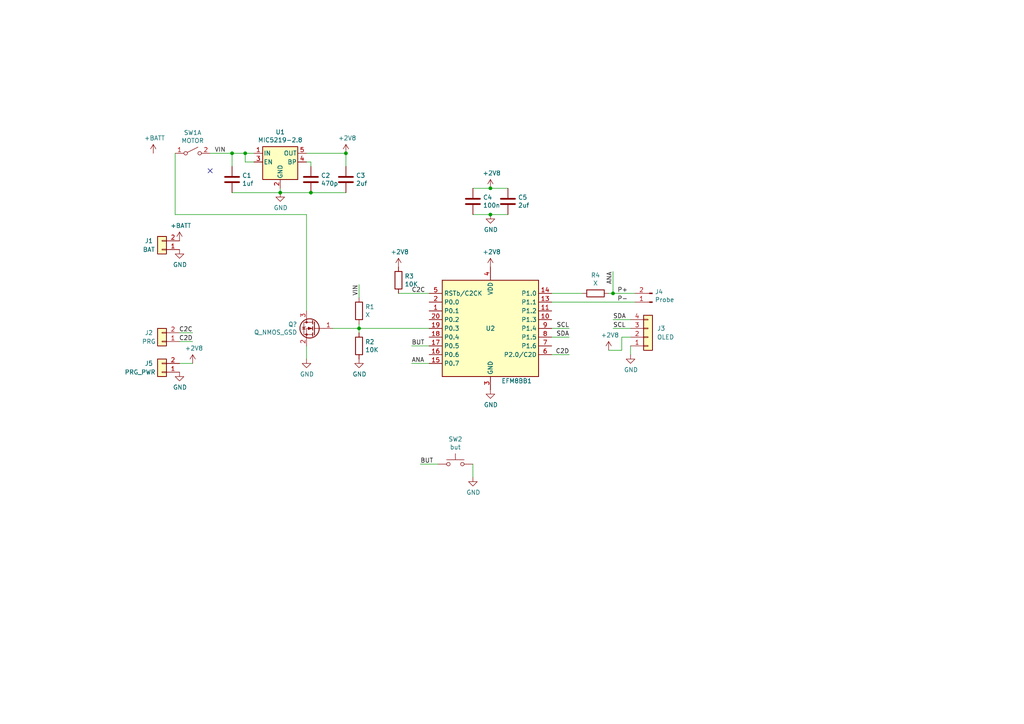
<source format=kicad_sch>
(kicad_sch (version 20230121) (generator eeschema)
  (paper "A4")
  (lib_symbols
    (symbol "AutoWater-rescue:Conn_01x02_Male-Connector" (pin_names (offset 1.016) hide)
      (property "Reference" "J" (at 0 2.54 0))
      (property "Value" "Connector_Conn_01x02_Male" (at 0 -5.08 0))
      (symbol "Conn_01x02_Male-Connector_1_1"
        (polyline (pts (xy 1.27 -2.54) (xy 0.8636 -2.54)) (stroke (width 0.1524)))
        (polyline (pts (xy 1.27 0) (xy 0.8636 0)) (stroke (width 0.1524)))
        (rectangle (start 0.8636 -2.413) (end 0 -2.667) (stroke (width 0.1524)) (fill (type outline)))
        (rectangle (start 0.8636 0.127) (end 0 -0.127) (stroke (width 0.1524)) (fill (type outline)))
        (pin passive line (at 5.08 0 180) (length 3.81) (name "Pin_1") (number "1"))
        (pin passive line (at 5.08 -2.54 180) (length 3.81) (name "Pin_2") (number "2"))
      )
    )
    (symbol "AutoWater-rescue:MIC5219-2.8-Regulator_Linear" (pin_names (offset 0.254))
      (property "Reference" "U" (at -3.81 5.715 0))
      (property "Value" "Regulator_Linear_MIC5219-2.8" (at 0 5.715 0))
      (symbol "MIC5219-2.8-Regulator_Linear_0_1"
        (rectangle (start -5.08 4.445) (end 5.08 -5.08) (stroke (width 0.254)) (fill (type background)))
      )
      (symbol "MIC5219-2.8-Regulator_Linear_1_1"
        (pin power_in line (at -7.62 2.54 0) (length 2.54) (name "IN") (number "1"))
        (pin power_in line (at 0 -7.62 90) (length 2.54) (name "GND") (number "2"))
        (pin input line (at -7.62 0 0) (length 2.54) (name "EN") (number "3"))
        (pin input line (at 7.62 0 180) (length 2.54) (name "BP") (number "4"))
        (pin power_out line (at 7.62 2.54 180) (length 2.54) (name "OUT") (number "5"))
      )
    )
    (symbol "AutoWater-rescue:SW_DPST_x2-Switch" (pin_names (offset 0) hide)
      (property "Reference" "SW" (at 0 3.175 0))
      (property "Value" "Switch_SW_DPST_x2" (at 0 -2.54 0))
      (symbol "SW_DPST_x2-Switch_0_0"
        (circle (center -2.032 0) (radius 0.508))
        (polyline (pts (xy -1.524 0.254) (xy 1.524 1.778)))
        (circle (center 2.032 0) (radius 0.508))
      )
      (symbol "SW_DPST_x2-Switch_1_1"
        (pin passive line (at -5.08 0 0) (length 2.54) (name "A") (number "1"))
        (pin passive line (at 5.08 0 180) (length 2.54) (name "B") (number "2"))
      )
      (symbol "SW_DPST_x2-Switch_2_1"
        (pin input line (at -5.08 0 0) (length 2.54) (name "A") (number "3"))
        (pin input line (at 5.08 0 180) (length 2.54) (name "B") (number "4"))
      )
    )
    (symbol "Connector_Generic:Conn_01x02" (pin_names (offset 1.016) hide)
      (property "Reference" "J" (at 0 2.54 0))
      (property "Value" "Conn_01x02" (at 0 -5.08 0))
      (symbol "Conn_01x02_1_1"
        (rectangle (start -1.27 -2.413) (end 0 -2.667) (stroke (width 0.1524)))
        (rectangle (start -1.27 0.127) (end 0 -0.127) (stroke (width 0.1524)))
        (rectangle (start -1.27 1.27) (end 1.27 -3.81) (stroke (width 0.254)) (fill (type background)))
        (pin passive line (at -5.08 0 0) (length 3.81) (name "Pin_1") (number "1"))
        (pin passive line (at -5.08 -2.54 0) (length 3.81) (name "Pin_2") (number "2"))
      )
    )
    (symbol "Connector_Generic:Conn_01x04" (pin_names (offset 1.016) hide)
      (property "Reference" "J" (at 0 5.08 0))
      (property "Value" "Conn_01x04" (at 0 -7.62 0))
      (symbol "Conn_01x04_1_1"
        (rectangle (start -1.27 -4.953) (end 0 -5.207) (stroke (width 0.1524)))
        (rectangle (start -1.27 -2.413) (end 0 -2.667) (stroke (width 0.1524)))
        (rectangle (start -1.27 0.127) (end 0 -0.127) (stroke (width 0.1524)))
        (rectangle (start -1.27 2.667) (end 0 2.413) (stroke (width 0.1524)))
        (rectangle (start -1.27 3.81) (end 1.27 -6.35) (stroke (width 0.254)) (fill (type background)))
        (pin passive line (at -5.08 2.54 0) (length 3.81) (name "Pin_1") (number "1"))
        (pin passive line (at -5.08 0 0) (length 3.81) (name "Pin_2") (number "2"))
        (pin passive line (at -5.08 -2.54 0) (length 3.81) (name "Pin_3") (number "3"))
        (pin passive line (at -5.08 -5.08 0) (length 3.81) (name "Pin_4") (number "4"))
      )
    )
    (symbol "Device:C" (pin_numbers hide) (pin_names (offset 0.254))
      (property "Reference" "C" (at 0.635 2.54 0))
      (property "Value" "C" (at 0.635 -2.54 0))
      (symbol "C_0_1"
        (polyline (pts (xy -2.032 -0.762) (xy 2.032 -0.762)) (stroke (width 0.508)))
        (polyline (pts (xy -2.032 0.762) (xy 2.032 0.762)) (stroke (width 0.508)))
      )
      (symbol "C_1_1"
        (pin passive line (at 0 3.81 270) (length 2.794) (name "~") (number "1"))
        (pin passive line (at 0 -3.81 90) (length 2.794) (name "~") (number "2"))
      )
    )
    (symbol "Device:Q_NMOS_GSD" (pin_names (offset 0) hide)
      (property "Reference" "Q" (at 5.08 1.27 0))
      (property "Value" "Q_NMOS_GSD" (at 5.08 -1.27 0))
      (symbol "Q_NMOS_GSD_0_1"
        (polyline (pts (xy 0.254 0) (xy -2.54 0)))
        (polyline (pts (xy 0.254 1.905) (xy 0.254 -1.905)) (stroke (width 0.254)))
        (polyline (pts (xy 0.762 -1.27) (xy 0.762 -2.286)) (stroke (width 0.254)))
        (polyline (pts (xy 0.762 0.508) (xy 0.762 -0.508)) (stroke (width 0.254)))
        (polyline (pts (xy 0.762 2.286) (xy 0.762 1.27)) (stroke (width 0.254)))
        (polyline (pts (xy 2.54 2.54) (xy 2.54 1.778)))
        (polyline (pts (xy 2.54 -2.54) (xy 2.54 0) (xy 0.762 0)))
        (polyline (pts (xy 0.762 -1.778) (xy 3.302 -1.778) (xy 3.302 1.778) (xy 0.762 1.778)))
        (polyline (pts (xy 1.016 0) (xy 2.032 0.381) (xy 2.032 -0.381) (xy 1.016 0)) (fill (type outline)))
        (polyline (pts (xy 2.794 0.508) (xy 2.921 0.381) (xy 3.683 0.381) (xy 3.81 0.254)))
        (polyline (pts (xy 3.302 0.381) (xy 2.921 -0.254) (xy 3.683 -0.254) (xy 3.302 0.381)))
        (circle (center 1.651 0) (radius 2.794) (stroke (width 0.254)))
        (circle (center 2.54 -1.778) (radius 0.254) (fill (type outline)))
        (circle (center 2.54 1.778) (radius 0.254) (fill (type outline)))
      )
      (symbol "Q_NMOS_GSD_1_1"
        (pin input line (at -5.08 0 0) (length 2.54) (name "G") (number "1"))
        (pin passive line (at 2.54 -5.08 90) (length 2.54) (name "S") (number "2"))
        (pin passive line (at 2.54 5.08 270) (length 2.54) (name "D") (number "3"))
      )
    )
    (symbol "Device:R" (pin_numbers hide) (pin_names (offset 0))
      (property "Reference" "R" (at 2.032 0 90))
      (property "Value" "R" (at 0 0 90))
      (symbol "R_0_1"
        (rectangle (start -1.016 -2.54) (end 1.016 2.54) (stroke (width 0.254)))
      )
      (symbol "R_1_1"
        (pin passive line (at 0 3.81 270) (length 1.27) (name "~") (number "1"))
        (pin passive line (at 0 -3.81 90) (length 1.27) (name "~") (number "2"))
      )
    )
    (symbol "MCU_SiliconLabs:EFM8BB10F4G-A-QFN20"
      (property "Reference" "U" (at -13.97 15.24 0))
      (property "Value" "EFM8BB10F4G-A-QFN20" (at 1.27 15.24 0))
      (symbol "EFM8BB10F4G-A-QFN20_0_1"
        (rectangle (start -13.97 13.97) (end 13.97 -13.97) (stroke (width 0.254)) (fill (type background)))
        (pin bidirectional line (at -17.78 5.08 0) (length 3.81) (name "P0.1") (number "1"))
        (pin bidirectional line (at 17.78 2.54 180) (length 3.81) (name "P1.3") (number "10"))
        (pin bidirectional line (at 17.78 5.08 180) (length 3.81) (name "P1.2") (number "11"))
        (pin passive line (at 0 -17.78 90) (length 3.81) hide (name "GND") (number "12"))
        (pin bidirectional line (at 17.78 7.62 180) (length 3.81) (name "P1.1") (number "13"))
        (pin bidirectional line (at 17.78 10.16 180) (length 3.81) (name "P1.0") (number "14"))
        (pin bidirectional line (at -17.78 -10.16 0) (length 3.81) (name "P0.7") (number "15"))
        (pin bidirectional line (at -17.78 -7.62 0) (length 3.81) (name "P0.6") (number "16"))
        (pin bidirectional line (at -17.78 -5.08 0) (length 3.81) (name "P0.5") (number "17"))
        (pin bidirectional line (at -17.78 -2.54 0) (length 3.81) (name "P0.4") (number "18"))
        (pin bidirectional line (at -17.78 0 0) (length 3.81) (name "P0.3") (number "19"))
        (pin bidirectional line (at -17.78 7.62 0) (length 3.81) (name "P0.0") (number "2"))
        (pin bidirectional line (at -17.78 2.54 0) (length 3.81) (name "P0.2") (number "20"))
        (pin passive line (at 0 -17.78 90) (length 3.81) hide (name "GND") (number "21"))
        (pin power_in line (at 0 -17.78 90) (length 3.81) (name "GND") (number "3"))
        (pin power_in line (at 0 17.78 270) (length 3.81) (name "VDD") (number "4"))
        (pin input line (at -17.78 10.16 0) (length 3.81) (name "RSTb/C2CK") (number "5"))
        (pin bidirectional line (at 17.78 -7.62 180) (length 3.81) (name "P2.0/C2D") (number "6"))
        (pin bidirectional line (at 17.78 -5.08 180) (length 3.81) (name "P1.6") (number "7"))
        (pin bidirectional line (at 17.78 -2.54 180) (length 3.81) (name "P1.5") (number "8"))
        (pin bidirectional line (at 17.78 0 180) (length 3.81) (name "P1.4") (number "9"))
      )
    )
    (symbol "Switch:SW_Push" (pin_numbers hide) (pin_names (offset 1.016) hide)
      (property "Reference" "SW" (at 1.27 2.54 0))
      (property "Value" "SW_Push" (at 0 -1.524 0))
      (symbol "SW_Push_0_1"
        (circle (center -2.032 0) (radius 0.508))
        (polyline (pts (xy 0 1.27) (xy 0 3.048)))
        (polyline (pts (xy 2.54 1.27) (xy -2.54 1.27)))
        (circle (center 2.032 0) (radius 0.508))
        (pin passive line (at -5.08 0 0) (length 2.54) (name "1") (number "1"))
        (pin passive line (at 5.08 0 180) (length 2.54) (name "2") (number "2"))
      )
    )
    (symbol "power:+2V8" (power) (pin_names (offset 0))
      (property "Value" "+2V8" (at 0 3.556 0))
      (symbol "+2V8_0_1"
        (polyline (pts (xy -0.762 1.27) (xy 0 2.54)))
        (polyline (pts (xy 0 0) (xy 0 2.54)))
        (polyline (pts (xy 0 2.54) (xy 0.762 1.27)))
      )
      (symbol "+2V8_1_1"
        (pin power_in line (at 0 0 90) (length 0) hide (name "+2V8") (number "1"))
      )
    )
    (symbol "power:+BATT" (power) (pin_names (offset 0))
      (property "Value" "+BATT" (at 0 3.556 0))
      (symbol "+BATT_0_1"
        (polyline (pts (xy -0.762 1.27) (xy 0 2.54)))
        (polyline (pts (xy 0 0) (xy 0 2.54)))
        (polyline (pts (xy 0 2.54) (xy 0.762 1.27)))
      )
      (symbol "+BATT_1_1"
        (pin power_in line (at 0 0 90) (length 0) hide (name "+BATT") (number "1"))
      )
    )
    (symbol "power:GND" (power) (pin_names (offset 0))
      (property "Value" "GND" (at 0 -3.81 0))
      (symbol "GND_0_1"
        (polyline (pts (xy 0 0) (xy 0 -1.27) (xy 1.27 -1.27) (xy 0 -2.54) (xy -1.27 -1.27) (xy 0 -1.27)))
      )
      (symbol "GND_1_1"
        (pin power_in line (at 0 0 270) (length 0) hide (name "GND") (number "1"))
      )
    )
  )
  (junction (at 81.28 55.88))
  (junction (at 90.17 55.88))
  (junction (at 71.12 44.45))
  (junction (at 100.33 44.45))
  (junction (at 142.24 54.61))
  (junction (at 177.8 85.09))
  (junction (at 104.14 95.25))
  (junction (at 142.24 62.23))
  (junction (at 67.31 44.45))
  (no_connect (at 60.96 49.53))
  (wire (pts (xy 50.8 62.23) (xy 88.9 62.23)))
  (wire (pts (xy 119.38 105.41) (xy 124.46 105.41)))
  (wire (pts (xy 90.17 55.88) (xy 100.33 55.88)))
  (wire (pts (xy 137.16 134.62) (xy 137.16 138.43)))
  (wire (pts (xy 55.88 99.06) (xy 52.07 99.06)))
  (wire (pts (xy 177.8 85.09) (xy 184.15 85.09)))
  (wire (pts (xy 67.31 48.26) (xy 67.31 44.45)))
  (wire (pts (xy 182.88 95.25) (xy 177.8 95.25)))
  (wire (pts (xy 160.02 97.79) (xy 165.1 97.79)))
  (wire (pts (xy 88.9 44.45) (xy 100.33 44.45)))
  (wire (pts (xy 71.12 44.45) (xy 73.66 44.45)))
  (wire (pts (xy 142.24 54.61) (xy 147.32 54.61)))
  (wire (pts (xy 176.53 101.6) (xy 180.34 101.6)))
  (wire (pts (xy 137.16 54.61) (xy 142.24 54.61)))
  (wire (pts (xy 71.12 46.99) (xy 71.12 44.45)))
  (wire (pts (xy 182.88 100.33) (xy 182.88 102.87)))
  (wire (pts (xy 160.02 85.09) (xy 168.91 85.09)))
  (wire (pts (xy 81.28 55.88) (xy 90.17 55.88)))
  (wire (pts (xy 90.17 46.99) (xy 90.17 48.26)))
  (wire (pts (xy 142.24 62.23) (xy 147.32 62.23)))
  (wire (pts (xy 165.1 95.25) (xy 160.02 95.25)))
  (wire (pts (xy 124.46 100.33) (xy 119.38 100.33)))
  (wire (pts (xy 67.31 55.88) (xy 81.28 55.88)))
  (wire (pts (xy 124.46 95.25) (xy 104.14 95.25)))
  (wire (pts (xy 81.28 54.61) (xy 81.28 55.88)))
  (wire (pts (xy 67.31 44.45) (xy 71.12 44.45)))
  (wire (pts (xy 137.16 62.23) (xy 142.24 62.23)))
  (wire (pts (xy 104.14 86.36) (xy 104.14 82.55)))
  (wire (pts (xy 88.9 62.23) (xy 88.9 90.17)))
  (wire (pts (xy 176.53 85.09) (xy 177.8 85.09)))
  (wire (pts (xy 177.8 85.09) (xy 177.8 78.74)))
  (wire (pts (xy 104.14 93.98) (xy 104.14 95.25)))
  (wire (pts (xy 52.07 96.52) (xy 55.88 96.52)))
  (wire (pts (xy 88.9 46.99) (xy 90.17 46.99)))
  (wire (pts (xy 104.14 95.25) (xy 104.14 96.52)))
  (wire (pts (xy 96.52 95.25) (xy 104.14 95.25)))
  (wire (pts (xy 127 134.62) (xy 121.92 134.62)))
  (wire (pts (xy 73.66 46.99) (xy 71.12 46.99)))
  (wire (pts (xy 67.31 44.45) (xy 60.96 44.45)))
  (wire (pts (xy 88.9 104.14) (xy 88.9 100.33)))
  (wire (pts (xy 50.8 44.45) (xy 50.8 62.23)))
  (wire (pts (xy 165.1 102.87) (xy 160.02 102.87)))
  (wire (pts (xy 180.34 97.79) (xy 182.88 97.79)))
  (wire (pts (xy 100.33 48.26) (xy 100.33 44.45)))
  (wire (pts (xy 52.07 105.41) (xy 55.88 105.41)))
  (wire (pts (xy 180.34 101.6) (xy 180.34 97.79)))
  (wire (pts (xy 124.46 85.09) (xy 115.57 85.09)))
  (wire (pts (xy 182.88 92.71) (xy 177.8 92.71)))
  (wire (pts (xy 184.15 87.63) (xy 160.02 87.63)))
  (label "P+" (at 179.07 85.09 0))
  (label "VIN" (at 62.23 44.45 0))
  (label "SDA" (at 165.1 97.79 180))
  (label "VIN" (at 104.14 82.55 270))
  (label "C2C" (at 119.38 85.09 0))
  (label "C2D" (at 165.1 102.87 180))
  (label "ANA" (at 177.8 78.74 270))
  (label "C2D" (at 55.88 99.06 180))
  (label "BUT" (at 119.38 100.33 0))
  (label "SDA" (at 177.8 92.71 0))
  (label "ANA" (at 119.38 105.41 0))
  (label "BUT" (at 121.92 134.62 0))
  (label "P-" (at 179.07 87.63 0))
  (label "SCL" (at 165.1 95.25 180))
  (label "C2C" (at 55.88 96.52 180))
  (label "SCL" (at 177.8 95.25 0))
  (symbol (lib_id "MCU_SiliconLabs:EFM8BB10F4G-A-QFN20") (at 142.24 95.25 0) (unit 1)
    (property "Reference" "U2" (at 142.24 95.25 0))
    (property "Value" "EFM8BB1" (at 149.86 110.49 0))
    (property "Footprint" "KiCadCustomLibs:QFN20" (effects hide))
    (property "Datasheet" "https://www.silabs.com/documents/public/data-sheets/efm8bb1-datasheet.pdf" (effects hide))
  )
  (symbol (lib_id "power:GND") (at 142.24 113.03 0) (unit 1)
    (property "Reference" "#PWR0101" (effects hide))
    (property "Value" "GND" (at 142.367 117.4242 0))
  )
  (symbol (lib_id "power:+2V8") (at 142.24 77.47 0) (unit 1)
    (property "Reference" "#PWR0102" (effects hide))
    (property "Value" "+2V8" (at 142.621 73.0758 0))
  )
  (symbol (lib_id "AutoWater-rescue:MIC5219-2.8-Regulator_Linear") (at 81.28 46.99 0) (unit 1)
    (property "Reference" "U1" (at 81.28 38.3032 0))
    (property "Value" "MIC5219-2.8" (at 81.28 40.6146 0))
    (property "Footprint" "TO_SOT_Packages_SMD:SOT-23-5" (effects hide))
    (property "Datasheet" "http://ww1.microchip.com/downloads/en/devicedoc/mic5219.pdf" (effects hide))
  )
  (symbol (lib_id "power:+2V8") (at 100.33 44.45 0) (unit 1)
    (property "Reference" "#PWR0103" (effects hide))
    (property "Value" "+2V8" (at 100.711 40.0558 0))
  )
  (symbol (lib_id "Device:C") (at 90.17 52.07 0) (unit 1)
    (property "Reference" "C2" (at 93.091 50.9016 0) (effects (justify left)))
    (property "Value" "470p" (at 93.091 53.213 0) (effects (justify left)))
    (property "Footprint" "Capacitors_SMD:C_0603" (effects hide))
  )
  (symbol (lib_id "Device:C") (at 100.33 52.07 0) (unit 1)
    (property "Reference" "C3" (at 103.251 50.9016 0) (effects (justify left)))
    (property "Value" "2uf" (at 103.251 53.213 0) (effects (justify left)))
    (property "Footprint" "Capacitors_SMD:C_0603" (effects hide))
  )
  (symbol (lib_id "Device:C") (at 67.31 52.07 0) (unit 1)
    (property "Reference" "C1" (at 70.231 50.9016 0) (effects (justify left)))
    (property "Value" "1uf" (at 70.231 53.213 0) (effects (justify left)))
    (property "Footprint" "Capacitors_SMD:C_0603" (effects hide))
  )
  (symbol (lib_id "power:+BATT") (at 44.45 44.45 0) (unit 1)
    (property "Reference" "#PWR0104" (effects hide))
    (property "Value" "+BATT" (at 44.831 40.0558 0))
  )
  (symbol (lib_id "power:GND") (at 81.28 55.88 0) (unit 1)
    (property "Reference" "#PWR0105" (effects hide))
    (property "Value" "GND" (at 81.407 60.2742 0))
  )
  (symbol (lib_id "Device:C") (at 147.32 58.42 0) (unit 1)
    (property "Reference" "C5" (at 150.241 57.2516 0) (effects (justify left)))
    (property "Value" "2uf" (at 150.241 59.563 0) (effects (justify left)))
    (property "Footprint" "Capacitors_SMD:C_0603" (effects hide))
  )
  (symbol (lib_id "Device:C") (at 137.16 58.42 0) (unit 1)
    (property "Reference" "C4" (at 140.081 57.2516 0) (effects (justify left)))
    (property "Value" "100n" (at 140.081 59.563 0) (effects (justify left)))
    (property "Footprint" "Capacitors_SMD:C_0603" (effects hide))
  )
  (symbol (lib_id "power:+2V8") (at 142.24 54.61 0) (unit 1)
    (property "Reference" "#PWR0106" (effects hide))
    (property "Value" "+2V8" (at 142.621 50.2158 0))
  )
  (symbol (lib_id "power:GND") (at 142.24 62.23 0) (unit 1)
    (property "Reference" "#PWR0107" (effects hide))
    (property "Value" "GND" (at 142.367 66.6242 0))
  )
  (symbol (lib_id "AutoWater-rescue:Conn_01x02_Male-Connector") (at 189.23 87.63 180) (unit 1)
    (property "Reference" "J4" (at 189.9412 84.6328 0) (effects (justify right)))
    (property "Value" "Probe" (at 189.9412 86.9442 0) (effects (justify right)))
    (property "Footprint" "KiCadCustomLibs:POWER2PIN_2" (effects hide))
  )
  (symbol (lib_id "Device:R") (at 115.57 81.28 0) (unit 1)
    (property "Reference" "R3" (at 117.348 80.1116 0) (effects (justify left)))
    (property "Value" "10K" (at 117.348 82.423 0) (effects (justify left)))
    (property "Footprint" "Resistors_SMD:R_0603" (effects hide))
  )
  (symbol (lib_id "power:+2V8") (at 115.57 77.47 0) (unit 1)
    (property "Reference" "#PWR0108" (effects hide))
    (property "Value" "+2V8" (at 115.951 73.0758 0))
  )
  (symbol (lib_id "Device:R") (at 172.72 85.09 270) (unit 1)
    (property "Reference" "R4" (at 172.72 79.8322 90))
    (property "Value" "X" (at 172.72 82.1436 90))
    (property "Footprint" "Resistors_SMD:R_0603" (effects hide))
  )
  (symbol (lib_id "Connector_Generic:Conn_01x04") (at 187.96 97.79 0) (mirror x) (unit 1)
    (property "Reference" "J3" (at 191.77 95.25 0))
    (property "Value" "OLED" (at 193.04 97.79 0))
    (property "Footprint" "Pin_Headers:Pin_Header_Straight_1x04_Pitch2.54mm" (effects hide))
  )
  (symbol (lib_id "power:GND") (at 182.88 102.87 0) (unit 1)
    (property "Reference" "#PWR0109" (effects hide))
    (property "Value" "GND" (at 183.007 107.2642 0))
  )
  (symbol (lib_id "power:+2V8") (at 176.53 101.6 0) (unit 1)
    (property "Reference" "#PWR0110" (effects hide))
    (property "Value" "+2V8" (at 176.911 97.2058 0))
  )
  (symbol (lib_id "Device:R") (at 104.14 90.17 0) (unit 1)
    (property "Reference" "R1" (at 105.918 89.0016 0) (effects (justify left)))
    (property "Value" "X" (at 105.918 91.313 0) (effects (justify left)))
    (property "Footprint" "Resistors_SMD:R_0603" (effects hide))
  )
  (symbol (lib_id "Device:R") (at 104.14 100.33 0) (unit 1)
    (property "Reference" "R2" (at 105.918 99.1616 0) (effects (justify left)))
    (property "Value" "10K" (at 105.918 101.473 0) (effects (justify left)))
    (property "Footprint" "Resistors_SMD:R_0603" (effects hide))
  )
  (symbol (lib_id "power:GND") (at 104.14 104.14 0) (unit 1)
    (property "Reference" "#PWR0111" (effects hide))
    (property "Value" "GND" (at 104.267 108.5342 0))
  )
  (symbol (lib_id "Switch:SW_Push") (at 132.08 134.62 0) (unit 1)
    (property "Reference" "SW2" (at 132.08 127.381 0))
    (property "Value" "but" (at 132.08 129.6924 0))
    (property "Footprint" "KiCadCustomLibs:POWER2PIN_2" (effects hide))
  )
  (symbol (lib_id "power:GND") (at 137.16 138.43 0) (unit 1)
    (property "Reference" "#PWR0112" (effects hide))
    (property "Value" "GND" (at 137.287 142.8242 0))
  )
  (symbol (lib_id "Connector_Generic:Conn_01x02") (at 46.99 72.39 180) (unit 1)
    (property "Reference" "J1" (at 43.18 69.85 0))
    (property "Value" "BAT" (at 43.18 72.39 0))
    (property "Footprint" "KiCadCustomLibs:Conn_1x02_2.54_0.9mm" (effects hide))
  )
  (symbol (lib_id "power:GND") (at 52.07 72.39 0) (unit 1)
    (property "Reference" "#PWR0113" (effects hide))
    (property "Value" "GND" (at 52.197 76.7842 0))
  )
  (symbol (lib_id "power:+BATT") (at 52.07 69.85 0) (unit 1)
    (property "Reference" "#PWR0114" (effects hide))
    (property "Value" "+BATT" (at 52.451 65.4558 0))
  )
  (symbol (lib_id "Connector_Generic:Conn_01x02") (at 46.99 99.06 180) (unit 1)
    (property "Reference" "J2" (at 43.18 96.52 0))
    (property "Value" "PRG" (at 43.18 99.06 0))
    (property "Footprint" "KiCadCustomLibs:POWER2PIN_2" (effects hide))
  )
  (symbol (lib_id "AutoWater-rescue:SW_DPST_x2-Switch") (at 55.88 44.45 0) (unit 1)
    (property "Reference" "SW1" (at 55.88 38.481 0))
    (property "Value" "MOTOR" (at 55.88 40.7924 0))
    (property "Footprint" "KiCadCustomLibs:Conn_1x02_2.54_0.9mm" (effects hide))
  )
  (symbol (lib_id "Connector_Generic:Conn_01x02") (at 46.99 107.95 180) (unit 1)
    (property "Reference" "J5" (at 43.18 105.41 0))
    (property "Value" "PRG_PWR" (at 40.64 107.95 0))
    (property "Footprint" "KiCadCustomLibs:POWER2PIN_2" (effects hide))
  )
  (symbol (lib_id "power:GND") (at 52.07 107.95 0) (unit 1)
    (property "Reference" "#PWR0115" (effects hide))
    (property "Value" "GND" (at 52.197 112.3442 0))
  )
  (symbol (lib_id "power:+2V8") (at 55.88 105.41 0) (unit 1)
    (property "Reference" "#PWR0116" (effects hide))
    (property "Value" "+2V8" (at 56.261 101.0158 0))
  )
  (symbol (lib_id "power:GND") (at 88.9 104.14 0) (unit 1)
    (property "Reference" "#PWR?" (effects hide))
    (property "Value" "GND" (at 89.027 108.5342 0))
  )
  (symbol (lib_id "Device:Q_NMOS_GSD") (at 91.44 95.25 0) (mirror y) (unit 1)
    (property "Reference" "Q?" (at 86.2076 94.0816 0) (effects (justify left)))
    (property "Value" "Q_NMOS_GSD" (at 86.2076 96.393 0) (effects (justify left)))
  )
)
</source>
